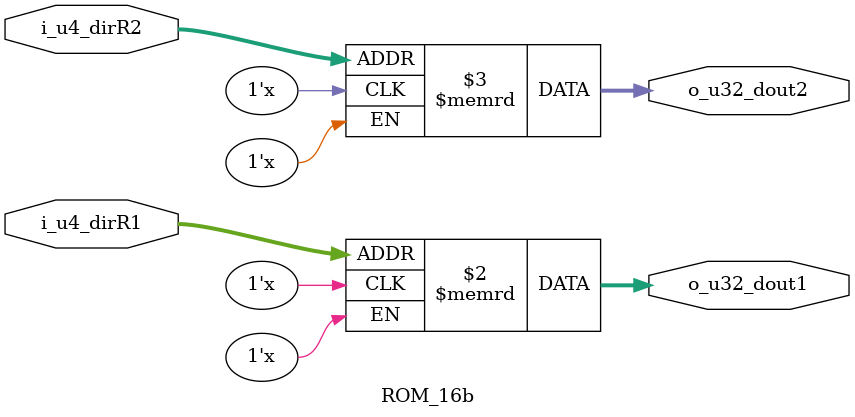
<source format=v>

module ROM_16b
(
	input [3:0] i_u4_dirR1,
	input [3:0] i_u4_dirR2,
	output reg [31:0] o_u32_dout1,
	output reg [31:0] o_u32_dout2
);

reg [31:0] mem [0:15];

always @* begin
	o_u32_dout1= mem[i_u4_dirR1];
	o_u32_dout2= mem[i_u4_dirR2];
end
endmodule

</source>
